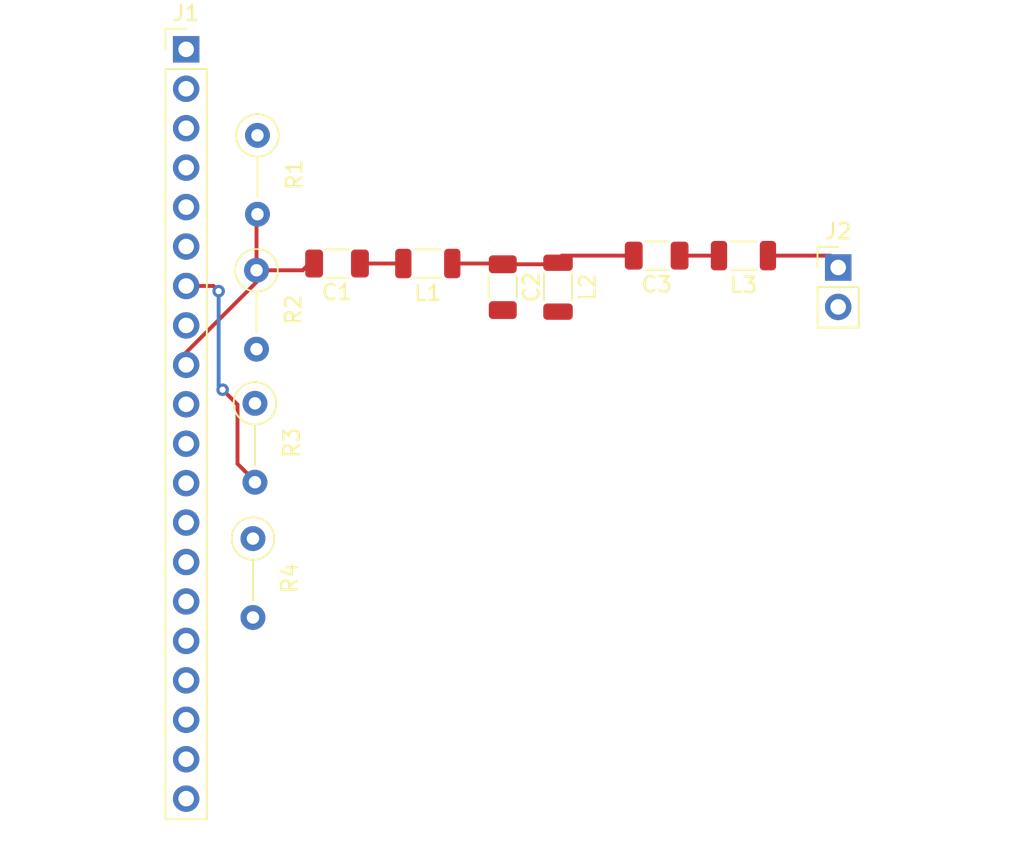
<source format=kicad_pcb>
(kicad_pcb (version 20171130) (host pcbnew 5.99.0+really5.1.12+dfsg1-1)

  (general
    (thickness 1.6)
    (drawings 0)
    (tracks 27)
    (zones 0)
    (modules 12)
    (nets 24)
  )

  (page A4)
  (layers
    (0 F.Cu signal)
    (31 B.Cu signal)
    (32 B.Adhes user)
    (33 F.Adhes user)
    (34 B.Paste user)
    (35 F.Paste user)
    (36 B.SilkS user)
    (37 F.SilkS user)
    (38 B.Mask user)
    (39 F.Mask user)
    (40 Dwgs.User user)
    (41 Cmts.User user)
    (42 Eco1.User user)
    (43 Eco2.User user)
    (44 Edge.Cuts user)
    (45 Margin user)
    (46 B.CrtYd user)
    (47 F.CrtYd user)
    (48 B.Fab user)
    (49 F.Fab user)
  )

  (setup
    (last_trace_width 0.25)
    (trace_clearance 0.2)
    (zone_clearance 0.508)
    (zone_45_only no)
    (trace_min 0.2)
    (via_size 0.8)
    (via_drill 0.4)
    (via_min_size 0.4)
    (via_min_drill 0.3)
    (uvia_size 0.3)
    (uvia_drill 0.1)
    (uvias_allowed no)
    (uvia_min_size 0.2)
    (uvia_min_drill 0.1)
    (edge_width 0.05)
    (segment_width 0.2)
    (pcb_text_width 0.3)
    (pcb_text_size 1.5 1.5)
    (mod_edge_width 0.12)
    (mod_text_size 1 1)
    (mod_text_width 0.15)
    (pad_size 1.524 1.524)
    (pad_drill 0.762)
    (pad_to_mask_clearance 0)
    (aux_axis_origin 0 0)
    (visible_elements FFFFFF7F)
    (pcbplotparams
      (layerselection 0x010fc_ffffffff)
      (usegerberextensions false)
      (usegerberattributes true)
      (usegerberadvancedattributes true)
      (creategerberjobfile true)
      (excludeedgelayer true)
      (linewidth 0.100000)
      (plotframeref false)
      (viasonmask false)
      (mode 1)
      (useauxorigin false)
      (hpglpennumber 1)
      (hpglpenspeed 20)
      (hpglpendiameter 15.000000)
      (psnegative false)
      (psa4output false)
      (plotreference true)
      (plotvalue true)
      (plotinvisibletext false)
      (padsonsilk false)
      (subtractmaskfromsilk false)
      (outputformat 1)
      (mirror false)
      (drillshape 1)
      (scaleselection 1)
      (outputdirectory ""))
  )

  (net 0 "")
  (net 1 bpf_lvds)
  (net 2 "Net-(C1-Pad1)")
  (net 3 GND)
  (net 4 "Net-(C2-Pad1)")
  (net 5 "Net-(C3-Pad1)")
  (net 6 "Net-(J1-Pad20)")
  (net 7 "Net-(J1-Pad19)")
  (net 8 "Net-(J1-Pad18)")
  (net 9 "Net-(J1-Pad17)")
  (net 10 "Net-(J1-Pad16)")
  (net 11 "Net-(J1-Pad15)")
  (net 12 "Net-(J1-Pad14)")
  (net 13 "Net-(J1-Pad13)")
  (net 14 "Net-(J1-Pad12)")
  (net 15 "Net-(J1-Pad10)")
  (net 16 rfrx0_false)
  (net 17 "Net-(J1-Pad5)")
  (net 18 "Net-(J1-Pad4)")
  (net 19 "Net-(J1-Pad3)")
  (net 20 "Net-(J1-Pad2)")
  (net 21 3V3)
  (net 22 bpf_ant)
  (net 23 "Net-(R2-Pad2)")

  (net_class Default "This is the default net class."
    (clearance 0.2)
    (trace_width 0.25)
    (via_dia 0.8)
    (via_drill 0.4)
    (uvia_dia 0.3)
    (uvia_drill 0.1)
    (add_net 3V3)
    (add_net GND)
    (add_net "Net-(C1-Pad1)")
    (add_net "Net-(C2-Pad1)")
    (add_net "Net-(C3-Pad1)")
    (add_net "Net-(J1-Pad10)")
    (add_net "Net-(J1-Pad12)")
    (add_net "Net-(J1-Pad13)")
    (add_net "Net-(J1-Pad14)")
    (add_net "Net-(J1-Pad15)")
    (add_net "Net-(J1-Pad16)")
    (add_net "Net-(J1-Pad17)")
    (add_net "Net-(J1-Pad18)")
    (add_net "Net-(J1-Pad19)")
    (add_net "Net-(J1-Pad2)")
    (add_net "Net-(J1-Pad20)")
    (add_net "Net-(J1-Pad3)")
    (add_net "Net-(J1-Pad4)")
    (add_net "Net-(J1-Pad5)")
    (add_net "Net-(R2-Pad2)")
    (add_net bpf_ant)
    (add_net bpf_lvds)
    (add_net rfrx0_false)
  )

  (module Resistor_THT:R_Axial_DIN0207_L6.3mm_D2.5mm_P5.08mm_Vertical (layer F.Cu) (tedit 5AE5139B) (tstamp 61F8A061)
    (at 105.84 89.09 270)
    (descr "Resistor, Axial_DIN0207 series, Axial, Vertical, pin pitch=5.08mm, 0.25W = 1/4W, length*diameter=6.3*2.5mm^2, http://cdn-reichelt.de/documents/datenblatt/B400/1_4W%23YAG.pdf")
    (tags "Resistor Axial_DIN0207 series Axial Vertical pin pitch 5.08mm 0.25W = 1/4W length 6.3mm diameter 2.5mm")
    (path /61F8539C)
    (fp_text reference R4 (at 2.54 -2.37 90) (layer F.SilkS)
      (effects (font (size 1 1) (thickness 0.15)))
    )
    (fp_text value R (at 2.54 2.37 90) (layer F.Fab)
      (effects (font (size 1 1) (thickness 0.15)))
    )
    (fp_text user %R (at 2.54 -2.37 90) (layer F.Fab)
      (effects (font (size 1 1) (thickness 0.15)))
    )
    (fp_circle (center 0 0) (end 1.25 0) (layer F.Fab) (width 0.1))
    (fp_circle (center 0 0) (end 1.37 0) (layer F.SilkS) (width 0.12))
    (fp_line (start 0 0) (end 5.08 0) (layer F.Fab) (width 0.1))
    (fp_line (start 1.37 0) (end 3.98 0) (layer F.SilkS) (width 0.12))
    (fp_line (start -1.5 -1.5) (end -1.5 1.5) (layer F.CrtYd) (width 0.05))
    (fp_line (start -1.5 1.5) (end 6.13 1.5) (layer F.CrtYd) (width 0.05))
    (fp_line (start 6.13 1.5) (end 6.13 -1.5) (layer F.CrtYd) (width 0.05))
    (fp_line (start 6.13 -1.5) (end -1.5 -1.5) (layer F.CrtYd) (width 0.05))
    (pad 2 thru_hole oval (at 5.08 0 270) (size 1.6 1.6) (drill 0.8) (layers *.Cu *.Mask)
      (net 3 GND))
    (pad 1 thru_hole circle (at 0 0 270) (size 1.6 1.6) (drill 0.8) (layers *.Cu *.Mask)
      (net 16 rfrx0_false))
    (model ${KISYS3DMOD}/Resistor_THT.3dshapes/R_Axial_DIN0207_L6.3mm_D2.5mm_P5.08mm_Vertical.wrl
      (at (xyz 0 0 0))
      (scale (xyz 1 1 1))
      (rotate (xyz 0 0 0))
    )
  )

  (module Resistor_THT:R_Axial_DIN0207_L6.3mm_D2.5mm_P5.08mm_Vertical (layer F.Cu) (tedit 5AE5139B) (tstamp 61F8A052)
    (at 105.97 80.38 270)
    (descr "Resistor, Axial_DIN0207 series, Axial, Vertical, pin pitch=5.08mm, 0.25W = 1/4W, length*diameter=6.3*2.5mm^2, http://cdn-reichelt.de/documents/datenblatt/B400/1_4W%23YAG.pdf")
    (tags "Resistor Axial_DIN0207 series Axial Vertical pin pitch 5.08mm 0.25W = 1/4W length 6.3mm diameter 2.5mm")
    (path /61F84FE9)
    (fp_text reference R3 (at 2.54 -2.37 90) (layer F.SilkS)
      (effects (font (size 1 1) (thickness 0.15)))
    )
    (fp_text value R (at 2.54 2.37 90) (layer F.Fab)
      (effects (font (size 1 1) (thickness 0.15)))
    )
    (fp_text user %R (at 2.54 -2.37 90) (layer F.Fab)
      (effects (font (size 1 1) (thickness 0.15)))
    )
    (fp_circle (center 0 0) (end 1.25 0) (layer F.Fab) (width 0.1))
    (fp_circle (center 0 0) (end 1.37 0) (layer F.SilkS) (width 0.12))
    (fp_line (start 0 0) (end 5.08 0) (layer F.Fab) (width 0.1))
    (fp_line (start 1.37 0) (end 3.98 0) (layer F.SilkS) (width 0.12))
    (fp_line (start -1.5 -1.5) (end -1.5 1.5) (layer F.CrtYd) (width 0.05))
    (fp_line (start -1.5 1.5) (end 6.13 1.5) (layer F.CrtYd) (width 0.05))
    (fp_line (start 6.13 1.5) (end 6.13 -1.5) (layer F.CrtYd) (width 0.05))
    (fp_line (start 6.13 -1.5) (end -1.5 -1.5) (layer F.CrtYd) (width 0.05))
    (pad 2 thru_hole oval (at 5.08 0 270) (size 1.6 1.6) (drill 0.8) (layers *.Cu *.Mask)
      (net 16 rfrx0_false))
    (pad 1 thru_hole circle (at 0 0 270) (size 1.6 1.6) (drill 0.8) (layers *.Cu *.Mask)
      (net 23 "Net-(R2-Pad2)"))
    (model ${KISYS3DMOD}/Resistor_THT.3dshapes/R_Axial_DIN0207_L6.3mm_D2.5mm_P5.08mm_Vertical.wrl
      (at (xyz 0 0 0))
      (scale (xyz 1 1 1))
      (rotate (xyz 0 0 0))
    )
  )

  (module Resistor_THT:R_Axial_DIN0207_L6.3mm_D2.5mm_P5.08mm_Vertical (layer F.Cu) (tedit 5AE5139B) (tstamp 61F8A043)
    (at 106.07 71.81 270)
    (descr "Resistor, Axial_DIN0207 series, Axial, Vertical, pin pitch=5.08mm, 0.25W = 1/4W, length*diameter=6.3*2.5mm^2, http://cdn-reichelt.de/documents/datenblatt/B400/1_4W%23YAG.pdf")
    (tags "Resistor Axial_DIN0207 series Axial Vertical pin pitch 5.08mm 0.25W = 1/4W length 6.3mm diameter 2.5mm")
    (path /61F84D92)
    (fp_text reference R2 (at 2.54 -2.37 90) (layer F.SilkS)
      (effects (font (size 1 1) (thickness 0.15)))
    )
    (fp_text value R (at 2.54 2.37 90) (layer F.Fab)
      (effects (font (size 1 1) (thickness 0.15)))
    )
    (fp_text user %R (at 2.54 -2.37 90) (layer F.Fab)
      (effects (font (size 1 1) (thickness 0.15)))
    )
    (fp_circle (center 0 0) (end 1.25 0) (layer F.Fab) (width 0.1))
    (fp_circle (center 0 0) (end 1.37 0) (layer F.SilkS) (width 0.12))
    (fp_line (start 0 0) (end 5.08 0) (layer F.Fab) (width 0.1))
    (fp_line (start 1.37 0) (end 3.98 0) (layer F.SilkS) (width 0.12))
    (fp_line (start -1.5 -1.5) (end -1.5 1.5) (layer F.CrtYd) (width 0.05))
    (fp_line (start -1.5 1.5) (end 6.13 1.5) (layer F.CrtYd) (width 0.05))
    (fp_line (start 6.13 1.5) (end 6.13 -1.5) (layer F.CrtYd) (width 0.05))
    (fp_line (start 6.13 -1.5) (end -1.5 -1.5) (layer F.CrtYd) (width 0.05))
    (pad 2 thru_hole oval (at 5.08 0 270) (size 1.6 1.6) (drill 0.8) (layers *.Cu *.Mask)
      (net 23 "Net-(R2-Pad2)"))
    (pad 1 thru_hole circle (at 0 0 270) (size 1.6 1.6) (drill 0.8) (layers *.Cu *.Mask)
      (net 1 bpf_lvds))
    (model ${KISYS3DMOD}/Resistor_THT.3dshapes/R_Axial_DIN0207_L6.3mm_D2.5mm_P5.08mm_Vertical.wrl
      (at (xyz 0 0 0))
      (scale (xyz 1 1 1))
      (rotate (xyz 0 0 0))
    )
  )

  (module Resistor_THT:R_Axial_DIN0207_L6.3mm_D2.5mm_P5.08mm_Vertical (layer F.Cu) (tedit 5AE5139B) (tstamp 61F8A034)
    (at 106.13 63.12 270)
    (descr "Resistor, Axial_DIN0207 series, Axial, Vertical, pin pitch=5.08mm, 0.25W = 1/4W, length*diameter=6.3*2.5mm^2, http://cdn-reichelt.de/documents/datenblatt/B400/1_4W%23YAG.pdf")
    (tags "Resistor Axial_DIN0207 series Axial Vertical pin pitch 5.08mm 0.25W = 1/4W length 6.3mm diameter 2.5mm")
    (path /61F84AD6)
    (fp_text reference R1 (at 2.54 -2.37 90) (layer F.SilkS)
      (effects (font (size 1 1) (thickness 0.15)))
    )
    (fp_text value R (at 2.54 2.37 90) (layer F.Fab)
      (effects (font (size 1 1) (thickness 0.15)))
    )
    (fp_text user %R (at 2.54 -2.37 90) (layer F.Fab)
      (effects (font (size 1 1) (thickness 0.15)))
    )
    (fp_circle (center 0 0) (end 1.25 0) (layer F.Fab) (width 0.1))
    (fp_circle (center 0 0) (end 1.37 0) (layer F.SilkS) (width 0.12))
    (fp_line (start 0 0) (end 5.08 0) (layer F.Fab) (width 0.1))
    (fp_line (start 1.37 0) (end 3.98 0) (layer F.SilkS) (width 0.12))
    (fp_line (start -1.5 -1.5) (end -1.5 1.5) (layer F.CrtYd) (width 0.05))
    (fp_line (start -1.5 1.5) (end 6.13 1.5) (layer F.CrtYd) (width 0.05))
    (fp_line (start 6.13 1.5) (end 6.13 -1.5) (layer F.CrtYd) (width 0.05))
    (fp_line (start 6.13 -1.5) (end -1.5 -1.5) (layer F.CrtYd) (width 0.05))
    (pad 2 thru_hole oval (at 5.08 0 270) (size 1.6 1.6) (drill 0.8) (layers *.Cu *.Mask)
      (net 1 bpf_lvds))
    (pad 1 thru_hole circle (at 0 0 270) (size 1.6 1.6) (drill 0.8) (layers *.Cu *.Mask)
      (net 21 3V3))
    (model ${KISYS3DMOD}/Resistor_THT.3dshapes/R_Axial_DIN0207_L6.3mm_D2.5mm_P5.08mm_Vertical.wrl
      (at (xyz 0 0 0))
      (scale (xyz 1 1 1))
      (rotate (xyz 0 0 0))
    )
  )

  (module Inductor_SMD:L_1206_3216Metric (layer F.Cu) (tedit 5F68FEF0) (tstamp 61F8A025)
    (at 137.414 70.866 180)
    (descr "Inductor SMD 1206 (3216 Metric), square (rectangular) end terminal, IPC_7351 nominal, (Body size source: IPC-SM-782 page 80, https://www.pcb-3d.com/wordpress/wp-content/uploads/ipc-sm-782a_amendment_1_and_2.pdf), generated with kicad-footprint-generator")
    (tags inductor)
    (path /61F6E880)
    (attr smd)
    (fp_text reference L3 (at 0 -1.9) (layer F.SilkS)
      (effects (font (size 1 1) (thickness 0.15)))
    )
    (fp_text value L (at 0 1.9) (layer F.Fab)
      (effects (font (size 1 1) (thickness 0.15)))
    )
    (fp_text user %R (at 0 0) (layer F.Fab)
      (effects (font (size 0.8 0.8) (thickness 0.12)))
    )
    (fp_line (start -1.6 0.8) (end -1.6 -0.8) (layer F.Fab) (width 0.1))
    (fp_line (start -1.6 -0.8) (end 1.6 -0.8) (layer F.Fab) (width 0.1))
    (fp_line (start 1.6 -0.8) (end 1.6 0.8) (layer F.Fab) (width 0.1))
    (fp_line (start 1.6 0.8) (end -1.6 0.8) (layer F.Fab) (width 0.1))
    (fp_line (start -0.835242 -0.91) (end 0.835242 -0.91) (layer F.SilkS) (width 0.12))
    (fp_line (start -0.835242 0.91) (end 0.835242 0.91) (layer F.SilkS) (width 0.12))
    (fp_line (start -2.35 1.2) (end -2.35 -1.2) (layer F.CrtYd) (width 0.05))
    (fp_line (start -2.35 -1.2) (end 2.35 -1.2) (layer F.CrtYd) (width 0.05))
    (fp_line (start 2.35 -1.2) (end 2.35 1.2) (layer F.CrtYd) (width 0.05))
    (fp_line (start 2.35 1.2) (end -2.35 1.2) (layer F.CrtYd) (width 0.05))
    (pad 2 smd roundrect (at 1.575 0 180) (size 1.05 1.9) (layers F.Cu F.Paste F.Mask) (roundrect_rratio 0.238095)
      (net 5 "Net-(C3-Pad1)"))
    (pad 1 smd roundrect (at -1.575 0 180) (size 1.05 1.9) (layers F.Cu F.Paste F.Mask) (roundrect_rratio 0.238095)
      (net 22 bpf_ant))
    (model ${KISYS3DMOD}/Inductor_SMD.3dshapes/L_1206_3216Metric.wrl
      (at (xyz 0 0 0))
      (scale (xyz 1 1 1))
      (rotate (xyz 0 0 0))
    )
  )

  (module Inductor_SMD:L_1206_3216Metric (layer F.Cu) (tedit 5F68FEF0) (tstamp 61F8A014)
    (at 125.476 72.898 270)
    (descr "Inductor SMD 1206 (3216 Metric), square (rectangular) end terminal, IPC_7351 nominal, (Body size source: IPC-SM-782 page 80, https://www.pcb-3d.com/wordpress/wp-content/uploads/ipc-sm-782a_amendment_1_and_2.pdf), generated with kicad-footprint-generator")
    (tags inductor)
    (path /61F6DBD3)
    (attr smd)
    (fp_text reference L2 (at 0 -1.9 90) (layer F.SilkS)
      (effects (font (size 1 1) (thickness 0.15)))
    )
    (fp_text value L (at 0 1.9 90) (layer F.Fab)
      (effects (font (size 1 1) (thickness 0.15)))
    )
    (fp_text user %R (at 0 0 90) (layer F.Fab)
      (effects (font (size 0.8 0.8) (thickness 0.12)))
    )
    (fp_line (start -1.6 0.8) (end -1.6 -0.8) (layer F.Fab) (width 0.1))
    (fp_line (start -1.6 -0.8) (end 1.6 -0.8) (layer F.Fab) (width 0.1))
    (fp_line (start 1.6 -0.8) (end 1.6 0.8) (layer F.Fab) (width 0.1))
    (fp_line (start 1.6 0.8) (end -1.6 0.8) (layer F.Fab) (width 0.1))
    (fp_line (start -0.835242 -0.91) (end 0.835242 -0.91) (layer F.SilkS) (width 0.12))
    (fp_line (start -0.835242 0.91) (end 0.835242 0.91) (layer F.SilkS) (width 0.12))
    (fp_line (start -2.35 1.2) (end -2.35 -1.2) (layer F.CrtYd) (width 0.05))
    (fp_line (start -2.35 -1.2) (end 2.35 -1.2) (layer F.CrtYd) (width 0.05))
    (fp_line (start 2.35 -1.2) (end 2.35 1.2) (layer F.CrtYd) (width 0.05))
    (fp_line (start 2.35 1.2) (end -2.35 1.2) (layer F.CrtYd) (width 0.05))
    (pad 2 smd roundrect (at 1.575 0 270) (size 1.05 1.9) (layers F.Cu F.Paste F.Mask) (roundrect_rratio 0.238095)
      (net 3 GND))
    (pad 1 smd roundrect (at -1.575 0 270) (size 1.05 1.9) (layers F.Cu F.Paste F.Mask) (roundrect_rratio 0.238095)
      (net 4 "Net-(C2-Pad1)"))
    (model ${KISYS3DMOD}/Inductor_SMD.3dshapes/L_1206_3216Metric.wrl
      (at (xyz 0 0 0))
      (scale (xyz 1 1 1))
      (rotate (xyz 0 0 0))
    )
  )

  (module Inductor_SMD:L_1206_3216Metric (layer F.Cu) (tedit 5F68FEF0) (tstamp 61F8A003)
    (at 117.094 71.374 180)
    (descr "Inductor SMD 1206 (3216 Metric), square (rectangular) end terminal, IPC_7351 nominal, (Body size source: IPC-SM-782 page 80, https://www.pcb-3d.com/wordpress/wp-content/uploads/ipc-sm-782a_amendment_1_and_2.pdf), generated with kicad-footprint-generator")
    (tags inductor)
    (path /61F6D5EA)
    (attr smd)
    (fp_text reference L1 (at 0 -1.9) (layer F.SilkS)
      (effects (font (size 1 1) (thickness 0.15)))
    )
    (fp_text value L (at 0 1.9) (layer F.Fab)
      (effects (font (size 1 1) (thickness 0.15)))
    )
    (fp_text user %R (at 0 0) (layer F.Fab)
      (effects (font (size 0.8 0.8) (thickness 0.12)))
    )
    (fp_line (start -1.6 0.8) (end -1.6 -0.8) (layer F.Fab) (width 0.1))
    (fp_line (start -1.6 -0.8) (end 1.6 -0.8) (layer F.Fab) (width 0.1))
    (fp_line (start 1.6 -0.8) (end 1.6 0.8) (layer F.Fab) (width 0.1))
    (fp_line (start 1.6 0.8) (end -1.6 0.8) (layer F.Fab) (width 0.1))
    (fp_line (start -0.835242 -0.91) (end 0.835242 -0.91) (layer F.SilkS) (width 0.12))
    (fp_line (start -0.835242 0.91) (end 0.835242 0.91) (layer F.SilkS) (width 0.12))
    (fp_line (start -2.35 1.2) (end -2.35 -1.2) (layer F.CrtYd) (width 0.05))
    (fp_line (start -2.35 -1.2) (end 2.35 -1.2) (layer F.CrtYd) (width 0.05))
    (fp_line (start 2.35 -1.2) (end 2.35 1.2) (layer F.CrtYd) (width 0.05))
    (fp_line (start 2.35 1.2) (end -2.35 1.2) (layer F.CrtYd) (width 0.05))
    (pad 2 smd roundrect (at 1.575 0 180) (size 1.05 1.9) (layers F.Cu F.Paste F.Mask) (roundrect_rratio 0.238095)
      (net 2 "Net-(C1-Pad1)"))
    (pad 1 smd roundrect (at -1.575 0 180) (size 1.05 1.9) (layers F.Cu F.Paste F.Mask) (roundrect_rratio 0.238095)
      (net 4 "Net-(C2-Pad1)"))
    (model ${KISYS3DMOD}/Inductor_SMD.3dshapes/L_1206_3216Metric.wrl
      (at (xyz 0 0 0))
      (scale (xyz 1 1 1))
      (rotate (xyz 0 0 0))
    )
  )

  (module Connector_PinHeader_2.54mm:PinHeader_1x02_P2.54mm_Vertical (layer F.Cu) (tedit 59FED5CC) (tstamp 61F89FF2)
    (at 143.51 71.628)
    (descr "Through hole straight pin header, 1x02, 2.54mm pitch, single row")
    (tags "Through hole pin header THT 1x02 2.54mm single row")
    (path /61F613C8)
    (fp_text reference J2 (at 0 -2.33) (layer F.SilkS)
      (effects (font (size 1 1) (thickness 0.15)))
    )
    (fp_text value Connector_Generic_Conn_01x02 (at 0 4.87) (layer F.Fab)
      (effects (font (size 1 1) (thickness 0.15)))
    )
    (fp_text user %R (at 0 1.27 90) (layer F.Fab)
      (effects (font (size 1 1) (thickness 0.15)))
    )
    (fp_line (start -0.635 -1.27) (end 1.27 -1.27) (layer F.Fab) (width 0.1))
    (fp_line (start 1.27 -1.27) (end 1.27 3.81) (layer F.Fab) (width 0.1))
    (fp_line (start 1.27 3.81) (end -1.27 3.81) (layer F.Fab) (width 0.1))
    (fp_line (start -1.27 3.81) (end -1.27 -0.635) (layer F.Fab) (width 0.1))
    (fp_line (start -1.27 -0.635) (end -0.635 -1.27) (layer F.Fab) (width 0.1))
    (fp_line (start -1.33 3.87) (end 1.33 3.87) (layer F.SilkS) (width 0.12))
    (fp_line (start -1.33 1.27) (end -1.33 3.87) (layer F.SilkS) (width 0.12))
    (fp_line (start 1.33 1.27) (end 1.33 3.87) (layer F.SilkS) (width 0.12))
    (fp_line (start -1.33 1.27) (end 1.33 1.27) (layer F.SilkS) (width 0.12))
    (fp_line (start -1.33 0) (end -1.33 -1.33) (layer F.SilkS) (width 0.12))
    (fp_line (start -1.33 -1.33) (end 0 -1.33) (layer F.SilkS) (width 0.12))
    (fp_line (start -1.8 -1.8) (end -1.8 4.35) (layer F.CrtYd) (width 0.05))
    (fp_line (start -1.8 4.35) (end 1.8 4.35) (layer F.CrtYd) (width 0.05))
    (fp_line (start 1.8 4.35) (end 1.8 -1.8) (layer F.CrtYd) (width 0.05))
    (fp_line (start 1.8 -1.8) (end -1.8 -1.8) (layer F.CrtYd) (width 0.05))
    (pad 2 thru_hole oval (at 0 2.54) (size 1.7 1.7) (drill 1) (layers *.Cu *.Mask)
      (net 3 GND))
    (pad 1 thru_hole rect (at 0 0) (size 1.7 1.7) (drill 1) (layers *.Cu *.Mask)
      (net 22 bpf_ant))
    (model ${KISYS3DMOD}/Connector_PinHeader_2.54mm.3dshapes/PinHeader_1x02_P2.54mm_Vertical.wrl
      (at (xyz 0 0 0))
      (scale (xyz 1 1 1))
      (rotate (xyz 0 0 0))
    )
  )

  (module Connector_PinHeader_2.54mm:PinHeader_1x20_P2.54mm_Vertical (layer F.Cu) (tedit 59FED5CC) (tstamp 61F89FDC)
    (at 101.54 57.58)
    (descr "Through hole straight pin header, 1x20, 2.54mm pitch, single row")
    (tags "Through hole pin header THT 1x20 2.54mm single row")
    (path /61F5F9B7)
    (fp_text reference J1 (at 0 -2.33) (layer F.SilkS)
      (effects (font (size 1 1) (thickness 0.15)))
    )
    (fp_text value Connector_Generic_Conn_01x20 (at 0 50.59) (layer F.Fab)
      (effects (font (size 1 1) (thickness 0.15)))
    )
    (fp_text user %R (at 0 24.13 90) (layer F.Fab)
      (effects (font (size 1 1) (thickness 0.15)))
    )
    (fp_line (start -0.635 -1.27) (end 1.27 -1.27) (layer F.Fab) (width 0.1))
    (fp_line (start 1.27 -1.27) (end 1.27 49.53) (layer F.Fab) (width 0.1))
    (fp_line (start 1.27 49.53) (end -1.27 49.53) (layer F.Fab) (width 0.1))
    (fp_line (start -1.27 49.53) (end -1.27 -0.635) (layer F.Fab) (width 0.1))
    (fp_line (start -1.27 -0.635) (end -0.635 -1.27) (layer F.Fab) (width 0.1))
    (fp_line (start -1.33 49.59) (end 1.33 49.59) (layer F.SilkS) (width 0.12))
    (fp_line (start -1.33 1.27) (end -1.33 49.59) (layer F.SilkS) (width 0.12))
    (fp_line (start 1.33 1.27) (end 1.33 49.59) (layer F.SilkS) (width 0.12))
    (fp_line (start -1.33 1.27) (end 1.33 1.27) (layer F.SilkS) (width 0.12))
    (fp_line (start -1.33 0) (end -1.33 -1.33) (layer F.SilkS) (width 0.12))
    (fp_line (start -1.33 -1.33) (end 0 -1.33) (layer F.SilkS) (width 0.12))
    (fp_line (start -1.8 -1.8) (end -1.8 50.05) (layer F.CrtYd) (width 0.05))
    (fp_line (start -1.8 50.05) (end 1.8 50.05) (layer F.CrtYd) (width 0.05))
    (fp_line (start 1.8 50.05) (end 1.8 -1.8) (layer F.CrtYd) (width 0.05))
    (fp_line (start 1.8 -1.8) (end -1.8 -1.8) (layer F.CrtYd) (width 0.05))
    (pad 20 thru_hole oval (at 0 48.26) (size 1.7 1.7) (drill 1) (layers *.Cu *.Mask)
      (net 6 "Net-(J1-Pad20)"))
    (pad 19 thru_hole oval (at 0 45.72) (size 1.7 1.7) (drill 1) (layers *.Cu *.Mask)
      (net 7 "Net-(J1-Pad19)"))
    (pad 18 thru_hole oval (at 0 43.18) (size 1.7 1.7) (drill 1) (layers *.Cu *.Mask)
      (net 8 "Net-(J1-Pad18)"))
    (pad 17 thru_hole oval (at 0 40.64) (size 1.7 1.7) (drill 1) (layers *.Cu *.Mask)
      (net 9 "Net-(J1-Pad17)"))
    (pad 16 thru_hole oval (at 0 38.1) (size 1.7 1.7) (drill 1) (layers *.Cu *.Mask)
      (net 10 "Net-(J1-Pad16)"))
    (pad 15 thru_hole oval (at 0 35.56) (size 1.7 1.7) (drill 1) (layers *.Cu *.Mask)
      (net 11 "Net-(J1-Pad15)"))
    (pad 14 thru_hole oval (at 0 33.02) (size 1.7 1.7) (drill 1) (layers *.Cu *.Mask)
      (net 12 "Net-(J1-Pad14)"))
    (pad 13 thru_hole oval (at 0 30.48) (size 1.7 1.7) (drill 1) (layers *.Cu *.Mask)
      (net 13 "Net-(J1-Pad13)"))
    (pad 12 thru_hole oval (at 0 27.94) (size 1.7 1.7) (drill 1) (layers *.Cu *.Mask)
      (net 14 "Net-(J1-Pad12)"))
    (pad 11 thru_hole oval (at 0 25.4) (size 1.7 1.7) (drill 1) (layers *.Cu *.Mask)
      (net 3 GND))
    (pad 10 thru_hole oval (at 0 22.86) (size 1.7 1.7) (drill 1) (layers *.Cu *.Mask)
      (net 15 "Net-(J1-Pad10)"))
    (pad 9 thru_hole oval (at 0 20.32) (size 1.7 1.7) (drill 1) (layers *.Cu *.Mask)
      (net 1 bpf_lvds))
    (pad 8 thru_hole oval (at 0 17.78) (size 1.7 1.7) (drill 1) (layers *.Cu *.Mask)
      (net 3 GND))
    (pad 7 thru_hole oval (at 0 15.24) (size 1.7 1.7) (drill 1) (layers *.Cu *.Mask)
      (net 16 rfrx0_false))
    (pad 6 thru_hole oval (at 0 12.7) (size 1.7 1.7) (drill 1) (layers *.Cu *.Mask)
      (net 3 GND))
    (pad 5 thru_hole oval (at 0 10.16) (size 1.7 1.7) (drill 1) (layers *.Cu *.Mask)
      (net 17 "Net-(J1-Pad5)"))
    (pad 4 thru_hole oval (at 0 7.62) (size 1.7 1.7) (drill 1) (layers *.Cu *.Mask)
      (net 18 "Net-(J1-Pad4)"))
    (pad 3 thru_hole oval (at 0 5.08) (size 1.7 1.7) (drill 1) (layers *.Cu *.Mask)
      (net 19 "Net-(J1-Pad3)"))
    (pad 2 thru_hole oval (at 0 2.54) (size 1.7 1.7) (drill 1) (layers *.Cu *.Mask)
      (net 20 "Net-(J1-Pad2)"))
    (pad 1 thru_hole rect (at 0 0) (size 1.7 1.7) (drill 1) (layers *.Cu *.Mask)
      (net 21 3V3))
    (model ${KISYS3DMOD}/Connector_PinHeader_2.54mm.3dshapes/PinHeader_1x20_P2.54mm_Vertical.wrl
      (at (xyz 0 0 0))
      (scale (xyz 1 1 1))
      (rotate (xyz 0 0 0))
    )
  )

  (module Capacitor_SMD:C_1206_3216Metric (layer F.Cu) (tedit 5F68FEEE) (tstamp 61F89FB4)
    (at 131.826 70.866 180)
    (descr "Capacitor SMD 1206 (3216 Metric), square (rectangular) end terminal, IPC_7351 nominal, (Body size source: IPC-SM-782 page 76, https://www.pcb-3d.com/wordpress/wp-content/uploads/ipc-sm-782a_amendment_1_and_2.pdf), generated with kicad-footprint-generator")
    (tags capacitor)
    (path /61F6E415)
    (attr smd)
    (fp_text reference C3 (at 0 -1.85) (layer F.SilkS)
      (effects (font (size 1 1) (thickness 0.15)))
    )
    (fp_text value C (at 0 1.85) (layer F.Fab)
      (effects (font (size 1 1) (thickness 0.15)))
    )
    (fp_text user %R (at 0 0) (layer F.Fab)
      (effects (font (size 0.8 0.8) (thickness 0.12)))
    )
    (fp_line (start -1.6 0.8) (end -1.6 -0.8) (layer F.Fab) (width 0.1))
    (fp_line (start -1.6 -0.8) (end 1.6 -0.8) (layer F.Fab) (width 0.1))
    (fp_line (start 1.6 -0.8) (end 1.6 0.8) (layer F.Fab) (width 0.1))
    (fp_line (start 1.6 0.8) (end -1.6 0.8) (layer F.Fab) (width 0.1))
    (fp_line (start -0.711252 -0.91) (end 0.711252 -0.91) (layer F.SilkS) (width 0.12))
    (fp_line (start -0.711252 0.91) (end 0.711252 0.91) (layer F.SilkS) (width 0.12))
    (fp_line (start -2.3 1.15) (end -2.3 -1.15) (layer F.CrtYd) (width 0.05))
    (fp_line (start -2.3 -1.15) (end 2.3 -1.15) (layer F.CrtYd) (width 0.05))
    (fp_line (start 2.3 -1.15) (end 2.3 1.15) (layer F.CrtYd) (width 0.05))
    (fp_line (start 2.3 1.15) (end -2.3 1.15) (layer F.CrtYd) (width 0.05))
    (pad 2 smd roundrect (at 1.475 0 180) (size 1.15 1.8) (layers F.Cu F.Paste F.Mask) (roundrect_rratio 0.217391)
      (net 4 "Net-(C2-Pad1)"))
    (pad 1 smd roundrect (at -1.475 0 180) (size 1.15 1.8) (layers F.Cu F.Paste F.Mask) (roundrect_rratio 0.217391)
      (net 5 "Net-(C3-Pad1)"))
    (model ${KISYS3DMOD}/Capacitor_SMD.3dshapes/C_1206_3216Metric.wrl
      (at (xyz 0 0 0))
      (scale (xyz 1 1 1))
      (rotate (xyz 0 0 0))
    )
  )

  (module Capacitor_SMD:C_1206_3216Metric (layer F.Cu) (tedit 5F68FEEE) (tstamp 61F89FA3)
    (at 121.92 72.898 270)
    (descr "Capacitor SMD 1206 (3216 Metric), square (rectangular) end terminal, IPC_7351 nominal, (Body size source: IPC-SM-782 page 76, https://www.pcb-3d.com/wordpress/wp-content/uploads/ipc-sm-782a_amendment_1_and_2.pdf), generated with kicad-footprint-generator")
    (tags capacitor)
    (path /61F6DFD0)
    (attr smd)
    (fp_text reference C2 (at 0 -1.85 90) (layer F.SilkS)
      (effects (font (size 1 1) (thickness 0.15)))
    )
    (fp_text value C (at 0 1.85 90) (layer F.Fab)
      (effects (font (size 1 1) (thickness 0.15)))
    )
    (fp_text user %R (at 0 0 90) (layer F.Fab)
      (effects (font (size 0.8 0.8) (thickness 0.12)))
    )
    (fp_line (start -1.6 0.8) (end -1.6 -0.8) (layer F.Fab) (width 0.1))
    (fp_line (start -1.6 -0.8) (end 1.6 -0.8) (layer F.Fab) (width 0.1))
    (fp_line (start 1.6 -0.8) (end 1.6 0.8) (layer F.Fab) (width 0.1))
    (fp_line (start 1.6 0.8) (end -1.6 0.8) (layer F.Fab) (width 0.1))
    (fp_line (start -0.711252 -0.91) (end 0.711252 -0.91) (layer F.SilkS) (width 0.12))
    (fp_line (start -0.711252 0.91) (end 0.711252 0.91) (layer F.SilkS) (width 0.12))
    (fp_line (start -2.3 1.15) (end -2.3 -1.15) (layer F.CrtYd) (width 0.05))
    (fp_line (start -2.3 -1.15) (end 2.3 -1.15) (layer F.CrtYd) (width 0.05))
    (fp_line (start 2.3 -1.15) (end 2.3 1.15) (layer F.CrtYd) (width 0.05))
    (fp_line (start 2.3 1.15) (end -2.3 1.15) (layer F.CrtYd) (width 0.05))
    (pad 2 smd roundrect (at 1.475 0 270) (size 1.15 1.8) (layers F.Cu F.Paste F.Mask) (roundrect_rratio 0.217391)
      (net 3 GND))
    (pad 1 smd roundrect (at -1.475 0 270) (size 1.15 1.8) (layers F.Cu F.Paste F.Mask) (roundrect_rratio 0.217391)
      (net 4 "Net-(C2-Pad1)"))
    (model ${KISYS3DMOD}/Capacitor_SMD.3dshapes/C_1206_3216Metric.wrl
      (at (xyz 0 0 0))
      (scale (xyz 1 1 1))
      (rotate (xyz 0 0 0))
    )
  )

  (module Capacitor_SMD:C_1206_3216Metric (layer F.Cu) (tedit 5F68FEEE) (tstamp 61F89F92)
    (at 111.252 71.374 180)
    (descr "Capacitor SMD 1206 (3216 Metric), square (rectangular) end terminal, IPC_7351 nominal, (Body size source: IPC-SM-782 page 76, https://www.pcb-3d.com/wordpress/wp-content/uploads/ipc-sm-782a_amendment_1_and_2.pdf), generated with kicad-footprint-generator")
    (tags capacitor)
    (path /61F6D266)
    (attr smd)
    (fp_text reference C1 (at 0 -1.85) (layer F.SilkS)
      (effects (font (size 1 1) (thickness 0.15)))
    )
    (fp_text value C (at 0 1.85) (layer F.Fab)
      (effects (font (size 1 1) (thickness 0.15)))
    )
    (fp_text user %R (at 0 0) (layer F.Fab)
      (effects (font (size 0.8 0.8) (thickness 0.12)))
    )
    (fp_line (start -1.6 0.8) (end -1.6 -0.8) (layer F.Fab) (width 0.1))
    (fp_line (start -1.6 -0.8) (end 1.6 -0.8) (layer F.Fab) (width 0.1))
    (fp_line (start 1.6 -0.8) (end 1.6 0.8) (layer F.Fab) (width 0.1))
    (fp_line (start 1.6 0.8) (end -1.6 0.8) (layer F.Fab) (width 0.1))
    (fp_line (start -0.711252 -0.91) (end 0.711252 -0.91) (layer F.SilkS) (width 0.12))
    (fp_line (start -0.711252 0.91) (end 0.711252 0.91) (layer F.SilkS) (width 0.12))
    (fp_line (start -2.3 1.15) (end -2.3 -1.15) (layer F.CrtYd) (width 0.05))
    (fp_line (start -2.3 -1.15) (end 2.3 -1.15) (layer F.CrtYd) (width 0.05))
    (fp_line (start 2.3 -1.15) (end 2.3 1.15) (layer F.CrtYd) (width 0.05))
    (fp_line (start 2.3 1.15) (end -2.3 1.15) (layer F.CrtYd) (width 0.05))
    (pad 2 smd roundrect (at 1.475 0 180) (size 1.15 1.8) (layers F.Cu F.Paste F.Mask) (roundrect_rratio 0.217391)
      (net 1 bpf_lvds))
    (pad 1 smd roundrect (at -1.475 0 180) (size 1.15 1.8) (layers F.Cu F.Paste F.Mask) (roundrect_rratio 0.217391)
      (net 2 "Net-(C1-Pad1)"))
    (model ${KISYS3DMOD}/Capacitor_SMD.3dshapes/C_1206_3216Metric.wrl
      (at (xyz 0 0 0))
      (scale (xyz 1 1 1))
      (rotate (xyz 0 0 0))
    )
  )

  (segment (start 101.54 77.099002) (end 106.05 72.589002) (width 0.25) (layer F.Cu) (net 1))
  (segment (start 101.54 77.9) (end 101.54 77.099002) (width 0.25) (layer F.Cu) (net 1))
  (segment (start 106.05 72.589002) (end 106.05 71.86) (width 0.25) (layer F.Cu) (net 1))
  (segment (start 106.05 71.86) (end 106 71.86) (width 0.25) (layer F.Cu) (net 1))
  (segment (start 106.07 71.81) (end 106.07 68.428) (width 0.25) (layer F.Cu) (net 1))
  (segment (start 106.07 68.428) (end 106.172 68.326) (width 0.25) (layer F.Cu) (net 1))
  (segment (start 106.07 71.81) (end 109.038 71.81) (width 0.25) (layer F.Cu) (net 1))
  (segment (start 109.038 71.81) (end 109.474 71.374) (width 0.25) (layer F.Cu) (net 1))
  (segment (start 112.727 71.374) (end 115.316 71.374) (width 0.25) (layer F.Cu) (net 2))
  (segment (start 118.669 71.374) (end 121.92 71.374) (width 0.25) (layer F.Cu) (net 4))
  (segment (start 121.92 71.423) (end 125.173 71.423) (width 0.25) (layer F.Cu) (net 4))
  (segment (start 125.173 71.423) (end 125.476 71.12) (width 0.25) (layer F.Cu) (net 4))
  (segment (start 125.476 71.12) (end 125.73 70.866) (width 0.25) (layer F.Cu) (net 4))
  (segment (start 125.73 70.866) (end 130.048 70.866) (width 0.25) (layer F.Cu) (net 4))
  (segment (start 133.301 70.866) (end 135.636 70.866) (width 0.25) (layer F.Cu) (net 5))
  (segment (start 135.636 70.866) (end 136.144 70.358) (width 0.25) (layer F.Cu) (net 5))
  (via (at 103.632 73.152) (size 0.8) (drill 0.4) (layers F.Cu B.Cu) (net 16))
  (segment (start 103.3 72.82) (end 103.632 73.152) (width 0.25) (layer F.Cu) (net 16))
  (segment (start 101.54 72.82) (end 103.3 72.82) (width 0.25) (layer F.Cu) (net 16))
  (via (at 103.886 79.502) (size 0.8) (drill 0.4) (layers F.Cu B.Cu) (net 16))
  (segment (start 103.632 79.248) (end 103.886 79.502) (width 0.25) (layer B.Cu) (net 16))
  (segment (start 103.632 73.152) (end 103.632 79.248) (width 0.25) (layer B.Cu) (net 16))
  (segment (start 104.844999 80.460999) (end 104.844999 84.270999) (width 0.25) (layer F.Cu) (net 16))
  (segment (start 103.886 79.502) (end 104.844999 80.460999) (width 0.25) (layer F.Cu) (net 16))
  (segment (start 104.844999 84.270999) (end 105.918 85.344) (width 0.25) (layer F.Cu) (net 16))
  (segment (start 138.989 70.866) (end 143.002 70.866) (width 0.25) (layer F.Cu) (net 22))
  (segment (start 143.002 70.866) (end 143.51 71.374) (width 0.25) (layer F.Cu) (net 22))

)

</source>
